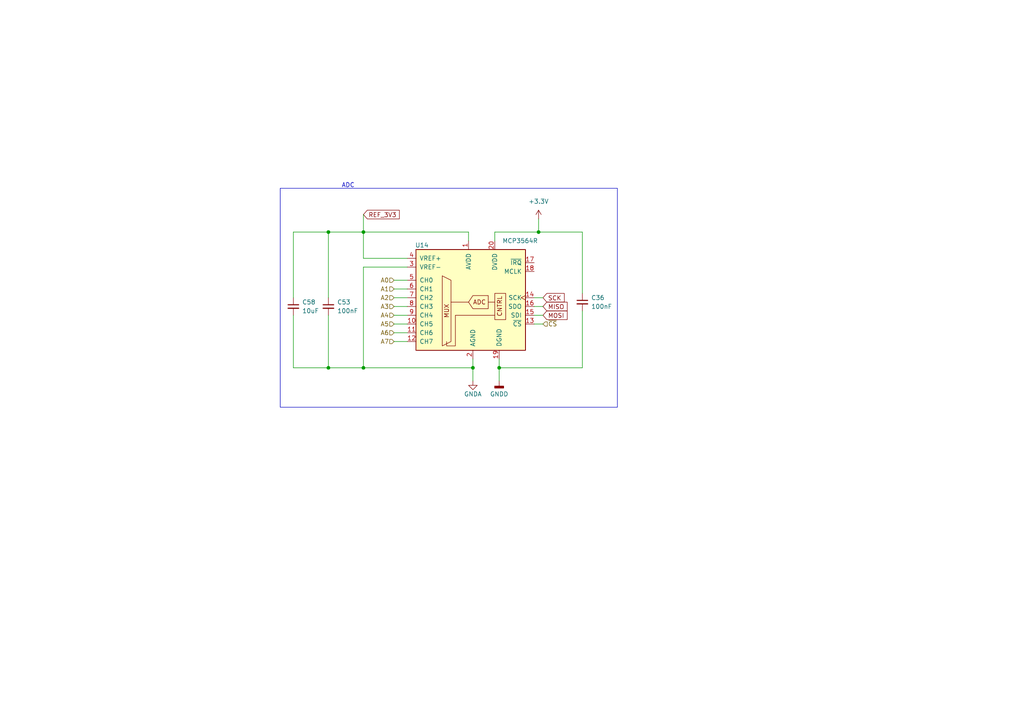
<source format=kicad_sch>
(kicad_sch (version 20231120) (generator "eeschema") (generator_version "8.0")
  (paper "A4")
  (title_block (title "FrothFET 12CH") (date "2024-08-17") (rev "D") (company "https://github.com/hoeken/frothfet"))
  (lib_symbols
    (symbol "Device:C_Small" (pin_numbers hide) (pin_names (offset 0.254) hide)
      (property "Reference" "C" (at 0.254 1.778 0))
      (property "Value" "C_Small" (at 0.254 -2.032 0))
      (symbol "C_Small_0_1"
        (polyline (pts (xy -1.524 -0.508) (xy 1.524 -0.508)) (stroke (width 0.3302)))
        (polyline (pts (xy -1.524 0.508) (xy 1.524 0.508)) (stroke (width 0.3048)))
      )
      (symbol "C_Small_1_1"
        (pin passive line (at 0 2.54 270) (length 2.032) (name "~") (number "1"))
        (pin passive line (at 0 -2.54 90) (length 2.032) (name "~") (number "2"))
      )
    )
    (symbol "power:+3.3V" (power) (pin_names (offset 0))
      (property "Value" "+3.3V" (at 0 3.556 0))
      (symbol "+3.3V_0_1"
        (polyline (pts (xy -0.762 1.27) (xy 0 2.54)))
        (polyline (pts (xy 0 0) (xy 0 2.54)))
        (polyline (pts (xy 0 2.54) (xy 0.762 1.27)))
      )
      (symbol "+3.3V_1_1"
        (pin power_in line (at 0 0 90) (length 0) hide (name "+3.3V") (number "1"))
      )
    )
    (symbol "power:GNDA" (power) (pin_names (offset 0))
      (property "Value" "GNDA" (at 0 -3.81 0))
      (symbol "GNDA_0_1"
        (polyline (pts (xy 0 0) (xy 0 -1.27) (xy 1.27 -1.27) (xy 0 -2.54) (xy -1.27 -1.27) (xy 0 -1.27)))
      )
      (symbol "GNDA_1_1"
        (pin power_in line (at 0 0 270) (length 0) hide (name "GNDA") (number "1"))
      )
    )
    (symbol "power:GNDD" (power) (pin_names (offset 0))
      (property "Value" "GNDD" (at 0 -3.175 0))
      (symbol "GNDD_0_1"
        (rectangle (start -1.27 -1.524) (end 1.27 -2.032) (stroke (width 0.254)) (fill (type outline)))
        (polyline (pts (xy 0 0) (xy 0 -1.524)))
      )
      (symbol "GNDD_1_1"
        (pin power_in line (at 0 0 270) (length 0) hide (name "GNDD") (number "1"))
      )
    )
    (symbol "yarrboard:MCP3564R" (pin_names (offset 1.016))
      (property "Reference" "U" (at -5.08 15.875 0))
      (property "Value" "MCP3564R" (at -9.144 17.78 0))
      (symbol "MCP3564R_0_0"
        (text "ADC" (at -0.635 1.27 0) (effects (font (size 1.27 1.27))))
        (text "CNTRL" (at 5.969 -2.921 900) (effects (font (size 1.27 1.27)) (justify left bottom)))
        (text "MUX" (at -10.16 -1.27 900) (effects (font (size 1.27 1.27))))
      )
      (symbol "MCP3564R_0_1"
        (rectangle (start -19.05 16.51) (end 12.7 -12.7) (stroke (width 0.254)) (fill (type background)))
        (polyline (pts (xy -3.81 1.27) (xy -8.89 1.27)))
        (polyline (pts (xy 1.905 1.27) (xy 3.81 1.27)))
        (polyline (pts (xy -11.43 8.89) (xy -11.43 -11.43) (xy -8.89 -10.16) (xy -8.89 7.62) (xy -11.43 8.89)))
        (polyline (pts (xy 3.81 -2.54) (xy -7.62 -2.54) (xy -7.62 -11.43) (xy -10.16 -11.43) (xy -10.16 -10.16)))
        (polyline (pts (xy 1.905 3.175) (xy 1.905 -0.635) (xy -2.54 -0.635) (xy -3.81 1.27) (xy -2.54 3.175) (xy 1.905 3.175)))
        (rectangle (start 3.81 -3.81) (end 6.985 3.81))
      )
      (symbol "MCP3564R_1_1"
        (pin power_in line (at -3.81 19.05 270) (length 2.54) (name "AVDD") (number "1"))
        (pin input line (at -21.59 -5.08 0) (length 2.54) (name "CH5") (number "10"))
        (pin input line (at -21.59 -7.62 0) (length 2.54) (name "CH6") (number "11"))
        (pin input line (at -21.59 -10.16 0) (length 2.54) (name "CH7") (number "12"))
        (pin input line (at 15.24 -5.08 180) (length 2.54) (name "~{CS}") (number "13"))
        (pin input clock (at 15.24 2.54 180) (length 2.54) (name "SCK") (number "14"))
        (pin input line (at 15.24 -2.54 180) (length 2.54) (name "SDI") (number "15"))
        (pin output line (at 15.24 0 180) (length 2.54) (name "SDO") (number "16"))
        (pin power_in line (at 15.24 12.7 180) (length 2.54) (name "~{IRQ}") (number "17"))
        (pin power_in line (at 15.24 10.16 180) (length 2.54) (name "MCLK") (number "18"))
        (pin power_in line (at 5.08 -15.24 90) (length 2.54) (name "DGND") (number "19"))
        (pin power_in line (at -2.54 -15.24 90) (length 2.54) (name "AGND") (number "2"))
        (pin power_in line (at 3.81 19.05 270) (length 2.54) (name "DVDD") (number "20"))
        (pin power_in line (at -21.59 11.43 0) (length 2.54) (name "VREF-") (number "3"))
        (pin power_in line (at -21.59 13.97 0) (length 2.54) (name "VREF+") (number "4"))
        (pin input line (at -21.59 7.62 0) (length 2.54) (name "CH0") (number "5"))
        (pin input line (at -21.59 5.08 0) (length 2.54) (name "CH1") (number "6"))
        (pin input line (at -21.59 2.54 0) (length 2.54) (name "CH2") (number "7"))
        (pin input line (at -21.59 0 0) (length 2.54) (name "CH3") (number "8"))
        (pin input line (at -21.59 -2.54 0) (length 2.54) (name "CH4") (number "9"))
      )
    )
  )
  (junction (at 105.41 106.68))
  (junction (at 156.21 67.31))
  (junction (at 144.78 106.68))
  (junction (at 137.16 106.68))
  (junction (at 95.25 106.68))
  (junction (at 105.41 67.31))
  (junction (at 95.25 67.31))
  (wire (pts (xy 156.21 67.31) (xy 168.91 67.31)))
  (wire (pts (xy 105.41 106.68) (xy 95.25 106.68)))
  (wire (pts (xy 157.48 86.36) (xy 154.94 86.36)))
  (wire (pts (xy 105.41 77.47) (xy 105.41 106.68)))
  (wire (pts (xy 105.41 67.31) (xy 105.41 74.93)))
  (wire (pts (xy 118.11 77.47) (xy 105.41 77.47)))
  (wire (pts (xy 95.25 67.31) (xy 95.25 86.36)))
  (wire (pts (xy 118.11 91.44) (xy 114.3 91.44)))
  (wire (pts (xy 95.25 67.31) (xy 85.09 67.31)))
  (wire (pts (xy 85.09 106.68) (xy 95.25 106.68)))
  (wire (pts (xy 85.09 91.44) (xy 85.09 106.68)))
  (wire (pts (xy 135.89 67.31) (xy 135.89 69.85)))
  (wire (pts (xy 105.41 67.31) (xy 135.89 67.31)))
  (wire (pts (xy 105.41 62.23) (xy 105.41 67.31)))
  (wire (pts (xy 144.78 106.68) (xy 168.91 106.68)))
  (wire (pts (xy 157.48 88.9) (xy 154.94 88.9)))
  (wire (pts (xy 157.48 91.44) (xy 154.94 91.44)))
  (wire (pts (xy 105.41 67.31) (xy 95.25 67.31)))
  (wire (pts (xy 137.16 106.68) (xy 137.16 110.49)))
  (wire (pts (xy 85.09 67.31) (xy 85.09 86.36)))
  (wire (pts (xy 105.41 74.93) (xy 118.11 74.93)))
  (wire (pts (xy 118.11 88.9) (xy 114.3 88.9)))
  (wire (pts (xy 143.51 67.31) (xy 156.21 67.31)))
  (wire (pts (xy 95.25 91.44) (xy 95.25 106.68)))
  (wire (pts (xy 118.11 93.98) (xy 114.3 93.98)))
  (wire (pts (xy 118.11 96.52) (xy 114.3 96.52)))
  (wire (pts (xy 118.11 83.82) (xy 114.3 83.82)))
  (wire (pts (xy 105.41 106.68) (xy 137.16 106.68)))
  (wire (pts (xy 156.21 63.5) (xy 156.21 67.31)))
  (wire (pts (xy 144.78 106.68) (xy 144.78 110.49)))
  (wire (pts (xy 137.16 104.14) (xy 137.16 106.68)))
  (wire (pts (xy 118.11 81.28) (xy 114.3 81.28)))
  (wire (pts (xy 144.78 104.14) (xy 144.78 106.68)))
  (wire (pts (xy 168.91 106.68) (xy 168.91 90.17)))
  (wire (pts (xy 157.48 93.98) (xy 154.94 93.98)))
  (wire (pts (xy 118.11 86.36) (xy 114.3 86.36)))
  (wire (pts (xy 118.11 99.06) (xy 114.3 99.06)))
  (wire (pts (xy 168.91 67.31) (xy 168.91 85.09)))
  (wire (pts (xy 143.51 67.31) (xy 143.51 69.85)))
  (rectangle (start 81.28 54.61) (end 179.07 118.11))
  (text "ADC\n" (at 99.06 54.61 0) (effects (font (size 1.27 1.27)) (justify left bottom)))
  (global_label "REF_3V3" (shape input) (at 105.41 62.23 0) (property "Intersheetrefs" "${INTERSHEET_REFS}" (effects (hide yes))))
  (global_label "SCK" (shape input) (at 157.48 86.36 0) (property "Intersheetrefs" "${INTERSHEET_REFS}" (effects (hide yes))))
  (global_label "MISO" (shape input) (at 157.48 88.9 0) (property "Intersheetrefs" "${INTERSHEET_REFS}" (effects (hide yes))))
  (global_label "MOSI" (shape input) (at 157.48 91.44 0) (property "Intersheetrefs" "${INTERSHEET_REFS}" (effects (hide yes))))
  (hierarchical_label "A6" (shape input) (at 114.3 96.52 180))
  (hierarchical_label "A5" (shape input) (at 114.3 93.98 180))
  (hierarchical_label "A2" (shape input) (at 114.3 86.36 180))
  (hierarchical_label "~{CS}" (shape input) (at 157.48 93.98 0))
  (hierarchical_label "A3" (shape input) (at 114.3 88.9 180))
  (hierarchical_label "A7" (shape input) (at 114.3 99.06 180))
  (hierarchical_label "A0" (shape input) (at 114.3 81.28 180))
  (hierarchical_label "A4" (shape input) (at 114.3 91.44 180))
  (hierarchical_label "A1" (shape input) (at 114.3 83.82 180))
  (symbol (lib_id "Device:C_Small") (at 95.25 88.9 0) (unit 1)
    (property "Reference" "C53" (at 97.79 87.6363 0) (effects (justify left)))
    (property "Value" "100nF" (at 97.79 90.1763 0) (effects (justify left)))
    (property "Footprint" "Capacitor_SMD:C_0805_2012Metric_Pad1.18x1.45mm_HandSolder" (effects (hide yes)))
    (property "LCSC" "C49678" (effects (hide yes)))
    (instances (project "8ch-mosfet" (path "" (reference "C53") (unit 1)) (path "" (reference "C52") (unit 1))))
  )
  (symbol (lib_id "power:+3.3V") (at 156.21 63.5 0) (unit 1)
    (property "Reference" "#PWR071" (effects (hide yes)))
    (property "Value" "+3.3V" (at 156.21 58.42 0))
    (instances (project "8ch-mosfet" (path "" (reference "#PWR071") (unit 1)) (path "" (reference "#PWR056") (unit 1))))
  )
  (symbol (lib_id "power:GNDA") (at 137.16 110.49 0) (unit 1)
    (property "Reference" "#PWR069" (effects (hide yes)))
    (property "Value" "GNDA" (at 137.16 114.3 0))
    (instances (project "8ch-mosfet" (path "" (reference "#PWR069") (unit 1)) (path "" (reference "#PWR054") (unit 1))))
  )
  (symbol (lib_id "power:GNDD") (at 144.78 110.49 0) (unit 1)
    (property "Reference" "#PWR070" (effects (hide yes)))
    (property "Value" "GNDD" (at 144.78 114.3 0))
    (instances (project "8ch-mosfet" (path "" (reference "#PWR070") (unit 1)) (path "" (reference "#PWR055") (unit 1))))
  )
  (symbol (lib_id "Device:C_Small") (at 85.09 88.9 0) (unit 1)
    (property "Reference" "C57" (at 87.63 87.6363 0) (effects (justify left)))
    (property "Value" "10uF" (at 87.63 90.1763 0) (effects (justify left)))
    (property "Footprint" "Capacitor_SMD:C_0805_2012Metric_Pad1.18x1.45mm_HandSolder" (effects (hide yes)))
    (property "LCSC" "C1952580" (effects (hide yes)))
    (instances (project "frothfet-12ch" (path "" (reference "C58") (unit 1)) (path "" (reference "C57") (unit 1))))
  )
  (symbol (lib_id "Device:C_Small") (at 168.91 87.63 0) (unit 1)
    (property "Reference" "C36" (at 171.45 86.3663 0) (effects (justify left)))
    (property "Value" "100nF" (at 171.45 88.9063 0) (effects (justify left)))
    (property "Footprint" "Capacitor_SMD:C_0805_2012Metric_Pad1.18x1.45mm_HandSolder" (effects (hide yes)))
    (property "LCSC" "C49678" (effects (hide yes)))
    (instances (project "8ch-mosfet" (path "" (reference "C36") (unit 1)) (path "" (reference "C25") (unit 1))))
  )
  (symbol (lib_id "yarrboard:MCP3564R") (at 139.7 88.9 0) (unit 1)
    (property "Reference" "U14" (at 120.396 71.12 0) (effects (justify left)))
    (property "Value" "MCP3564R" (at 145.7041 69.85 0) (effects (justify left)))
    (property "Footprint" "Package_SO:TSSOP-20_4.4x6.5mm_P0.65mm" (effects (hide yes)))
    (property "Datasheet" "https://ww1.microchip.com/downloads/aemDocuments/documents/APID/ProductDocuments/DataSheets/MCP3561_2_4R-Data-Sheet-DS200006391C.pdf" (effects (hide yes)))
    (property "Description" "Two/Four/Eight-Channel, 153.6 ksps, Low Noise24-Bit Delta-Sigma ADCs with Internal Voltage Reference" (effects (hide yes)))
    (property "Mouser" "579-MCP3564R-E/ST " (effects (hide yes)))
    (instances (project "8ch-mosfet" (path "" (reference "U14") (unit 1)) (path "" (reference "U10") (unit 1))))
  )
)
</source>
